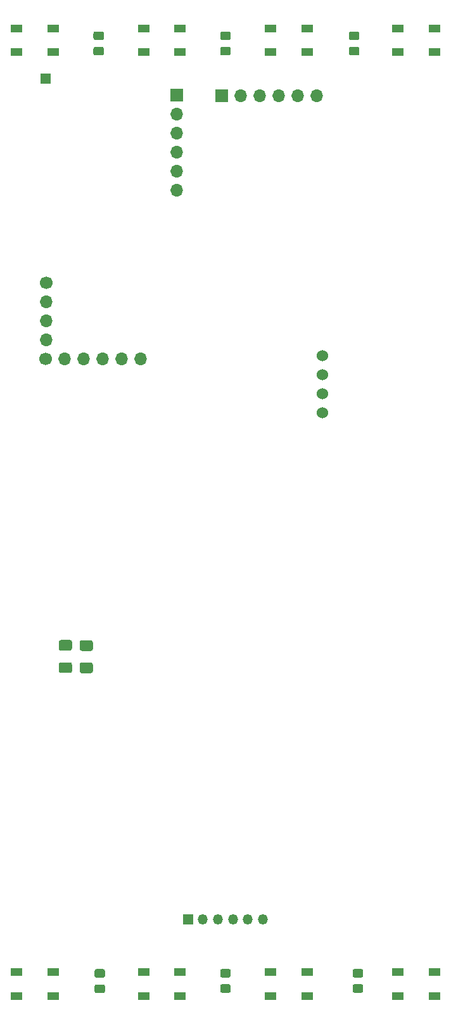
<source format=gbr>
G04 #@! TF.GenerationSoftware,KiCad,Pcbnew,(5.1.7)-1*
G04 #@! TF.CreationDate,2020-10-19T19:05:30+02:00*
G04 #@! TF.ProjectId,Touch-Steuerung,546f7563-682d-4537-9465-756572756e67,1.0*
G04 #@! TF.SameCoordinates,Original*
G04 #@! TF.FileFunction,Soldermask,Bot*
G04 #@! TF.FilePolarity,Negative*
%FSLAX46Y46*%
G04 Gerber Fmt 4.6, Leading zero omitted, Abs format (unit mm)*
G04 Created by KiCad (PCBNEW (5.1.7)-1) date 2020-10-19 19:05:30*
%MOMM*%
%LPD*%
G01*
G04 APERTURE LIST*
%ADD10C,1.700000*%
%ADD11O,1.700000X1.700000*%
%ADD12R,1.350000X1.350000*%
%ADD13R,1.500000X1.000000*%
%ADD14O,1.350000X1.350000*%
%ADD15R,1.700000X1.700000*%
%ADD16C,1.524000*%
G04 APERTURE END LIST*
D10*
X77341500Y-75601500D03*
D11*
X77341500Y-78141500D03*
X77341500Y-80681500D03*
X77341500Y-83221500D03*
D10*
X77278000Y-85761500D03*
D11*
X79818000Y-85761500D03*
X82358000Y-85761500D03*
X84898000Y-85761500D03*
X87438000Y-85761500D03*
X89978000Y-85761500D03*
D12*
X77300000Y-48300000D03*
G36*
G01*
X80525000Y-124712500D02*
X79275000Y-124712500D01*
G75*
G02*
X79025000Y-124462500I0J250000D01*
G01*
X79025000Y-123537500D01*
G75*
G02*
X79275000Y-123287500I250000J0D01*
G01*
X80525000Y-123287500D01*
G75*
G02*
X80775000Y-123537500I0J-250000D01*
G01*
X80775000Y-124462500D01*
G75*
G02*
X80525000Y-124712500I-250000J0D01*
G01*
G37*
G36*
G01*
X80525000Y-127687500D02*
X79275000Y-127687500D01*
G75*
G02*
X79025000Y-127437500I0J250000D01*
G01*
X79025000Y-126512500D01*
G75*
G02*
X79275000Y-126262500I250000J0D01*
G01*
X80525000Y-126262500D01*
G75*
G02*
X80775000Y-126512500I0J-250000D01*
G01*
X80775000Y-127437500D01*
G75*
G02*
X80525000Y-127687500I-250000J0D01*
G01*
G37*
G36*
G01*
X83325000Y-127712500D02*
X82075000Y-127712500D01*
G75*
G02*
X81825000Y-127462500I0J250000D01*
G01*
X81825000Y-126537500D01*
G75*
G02*
X82075000Y-126287500I250000J0D01*
G01*
X83325000Y-126287500D01*
G75*
G02*
X83575000Y-126537500I0J-250000D01*
G01*
X83575000Y-127462500D01*
G75*
G02*
X83325000Y-127712500I-250000J0D01*
G01*
G37*
G36*
G01*
X83325000Y-124737500D02*
X82075000Y-124737500D01*
G75*
G02*
X81825000Y-124487500I0J250000D01*
G01*
X81825000Y-123562500D01*
G75*
G02*
X82075000Y-123312500I250000J0D01*
G01*
X83325000Y-123312500D01*
G75*
G02*
X83575000Y-123562500I0J-250000D01*
G01*
X83575000Y-124487500D01*
G75*
G02*
X83325000Y-124737500I-250000J0D01*
G01*
G37*
D13*
X124350000Y-44800000D03*
X124350000Y-41600000D03*
X129250000Y-44800000D03*
X129250000Y-41600000D03*
X112250000Y-41600000D03*
X112250000Y-44800000D03*
X107350000Y-41600000D03*
X107350000Y-44800000D03*
X95250000Y-41600000D03*
X95250000Y-44800000D03*
X90350000Y-41600000D03*
X90350000Y-44800000D03*
X73350000Y-44800000D03*
X73350000Y-41600000D03*
X78250000Y-44800000D03*
X78250000Y-41600000D03*
X73350000Y-170800000D03*
X73350000Y-167600000D03*
X78250000Y-170800000D03*
X78250000Y-167600000D03*
X95250000Y-167600000D03*
X95250000Y-170800000D03*
X90350000Y-167600000D03*
X90350000Y-170800000D03*
X107350000Y-170800000D03*
X107350000Y-167600000D03*
X112250000Y-170800000D03*
X112250000Y-167600000D03*
X129250000Y-167600000D03*
X129250000Y-170800000D03*
X124350000Y-167600000D03*
X124350000Y-170800000D03*
D12*
X96300000Y-160600000D03*
D14*
X98300000Y-160600000D03*
X100300000Y-160600000D03*
X102300000Y-160600000D03*
X104300000Y-160600000D03*
X106300000Y-160600000D03*
D15*
X100800000Y-50600000D03*
D11*
X103340000Y-50600000D03*
X105880000Y-50600000D03*
X108420000Y-50600000D03*
X110960000Y-50600000D03*
X113500000Y-50600000D03*
X94800000Y-63200000D03*
X94800000Y-60660000D03*
X94800000Y-58120000D03*
X94800000Y-55580000D03*
X94800000Y-53040000D03*
D15*
X94800000Y-50500000D03*
G36*
G01*
X118950001Y-45225000D02*
X118049999Y-45225000D01*
G75*
G02*
X117800000Y-44975001I0J249999D01*
G01*
X117800000Y-44324999D01*
G75*
G02*
X118049999Y-44075000I249999J0D01*
G01*
X118950001Y-44075000D01*
G75*
G02*
X119200000Y-44324999I0J-249999D01*
G01*
X119200000Y-44975001D01*
G75*
G02*
X118950001Y-45225000I-249999J0D01*
G01*
G37*
G36*
G01*
X118950001Y-43175000D02*
X118049999Y-43175000D01*
G75*
G02*
X117800000Y-42925001I0J249999D01*
G01*
X117800000Y-42274999D01*
G75*
G02*
X118049999Y-42025000I249999J0D01*
G01*
X118950001Y-42025000D01*
G75*
G02*
X119200000Y-42274999I0J-249999D01*
G01*
X119200000Y-42925001D01*
G75*
G02*
X118950001Y-43175000I-249999J0D01*
G01*
G37*
G36*
G01*
X101750001Y-43175000D02*
X100849999Y-43175000D01*
G75*
G02*
X100600000Y-42925001I0J249999D01*
G01*
X100600000Y-42274999D01*
G75*
G02*
X100849999Y-42025000I249999J0D01*
G01*
X101750001Y-42025000D01*
G75*
G02*
X102000000Y-42274999I0J-249999D01*
G01*
X102000000Y-42925001D01*
G75*
G02*
X101750001Y-43175000I-249999J0D01*
G01*
G37*
G36*
G01*
X101750001Y-45225000D02*
X100849999Y-45225000D01*
G75*
G02*
X100600000Y-44975001I0J249999D01*
G01*
X100600000Y-44324999D01*
G75*
G02*
X100849999Y-44075000I249999J0D01*
G01*
X101750001Y-44075000D01*
G75*
G02*
X102000000Y-44324999I0J-249999D01*
G01*
X102000000Y-44975001D01*
G75*
G02*
X101750001Y-45225000I-249999J0D01*
G01*
G37*
G36*
G01*
X84800001Y-45225000D02*
X83899999Y-45225000D01*
G75*
G02*
X83650000Y-44975001I0J249999D01*
G01*
X83650000Y-44324999D01*
G75*
G02*
X83899999Y-44075000I249999J0D01*
G01*
X84800001Y-44075000D01*
G75*
G02*
X85050000Y-44324999I0J-249999D01*
G01*
X85050000Y-44975001D01*
G75*
G02*
X84800001Y-45225000I-249999J0D01*
G01*
G37*
G36*
G01*
X84800001Y-43175000D02*
X83899999Y-43175000D01*
G75*
G02*
X83650000Y-42925001I0J249999D01*
G01*
X83650000Y-42274999D01*
G75*
G02*
X83899999Y-42025000I249999J0D01*
G01*
X84800001Y-42025000D01*
G75*
G02*
X85050000Y-42274999I0J-249999D01*
G01*
X85050000Y-42925001D01*
G75*
G02*
X84800001Y-43175000I-249999J0D01*
G01*
G37*
G36*
G01*
X84049999Y-167225000D02*
X84950001Y-167225000D01*
G75*
G02*
X85200000Y-167474999I0J-249999D01*
G01*
X85200000Y-168125001D01*
G75*
G02*
X84950001Y-168375000I-249999J0D01*
G01*
X84049999Y-168375000D01*
G75*
G02*
X83800000Y-168125001I0J249999D01*
G01*
X83800000Y-167474999D01*
G75*
G02*
X84049999Y-167225000I249999J0D01*
G01*
G37*
G36*
G01*
X84049999Y-169275000D02*
X84950001Y-169275000D01*
G75*
G02*
X85200000Y-169524999I0J-249999D01*
G01*
X85200000Y-170175001D01*
G75*
G02*
X84950001Y-170425000I-249999J0D01*
G01*
X84049999Y-170425000D01*
G75*
G02*
X83800000Y-170175001I0J249999D01*
G01*
X83800000Y-169524999D01*
G75*
G02*
X84049999Y-169275000I249999J0D01*
G01*
G37*
G36*
G01*
X100849999Y-167200000D02*
X101750001Y-167200000D01*
G75*
G02*
X102000000Y-167449999I0J-249999D01*
G01*
X102000000Y-168100001D01*
G75*
G02*
X101750001Y-168350000I-249999J0D01*
G01*
X100849999Y-168350000D01*
G75*
G02*
X100600000Y-168100001I0J249999D01*
G01*
X100600000Y-167449999D01*
G75*
G02*
X100849999Y-167200000I249999J0D01*
G01*
G37*
G36*
G01*
X100849999Y-169250000D02*
X101750001Y-169250000D01*
G75*
G02*
X102000000Y-169499999I0J-249999D01*
G01*
X102000000Y-170150001D01*
G75*
G02*
X101750001Y-170400000I-249999J0D01*
G01*
X100849999Y-170400000D01*
G75*
G02*
X100600000Y-170150001I0J249999D01*
G01*
X100600000Y-169499999D01*
G75*
G02*
X100849999Y-169250000I249999J0D01*
G01*
G37*
G36*
G01*
X118549999Y-169250000D02*
X119450001Y-169250000D01*
G75*
G02*
X119700000Y-169499999I0J-249999D01*
G01*
X119700000Y-170150001D01*
G75*
G02*
X119450001Y-170400000I-249999J0D01*
G01*
X118549999Y-170400000D01*
G75*
G02*
X118300000Y-170150001I0J249999D01*
G01*
X118300000Y-169499999D01*
G75*
G02*
X118549999Y-169250000I249999J0D01*
G01*
G37*
G36*
G01*
X118549999Y-167200000D02*
X119450001Y-167200000D01*
G75*
G02*
X119700000Y-167449999I0J-249999D01*
G01*
X119700000Y-168100001D01*
G75*
G02*
X119450001Y-168350000I-249999J0D01*
G01*
X118549999Y-168350000D01*
G75*
G02*
X118300000Y-168100001I0J249999D01*
G01*
X118300000Y-167449999D01*
G75*
G02*
X118549999Y-167200000I249999J0D01*
G01*
G37*
D16*
X114220000Y-85290000D03*
X114220000Y-87830000D03*
X114220000Y-90370000D03*
X114220000Y-92910000D03*
M02*

</source>
